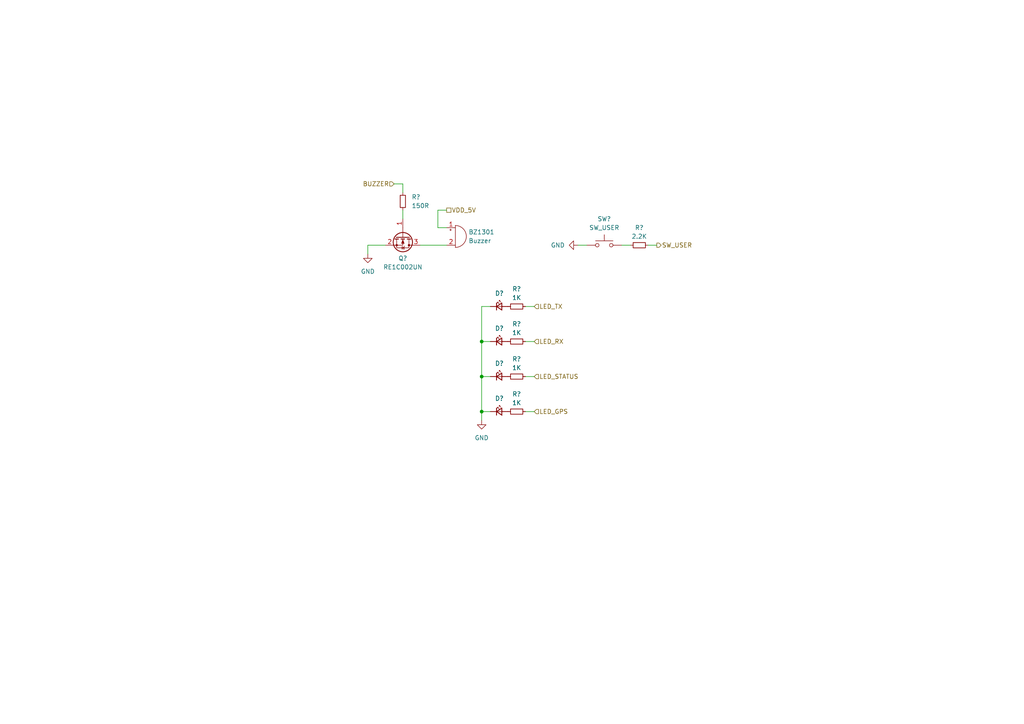
<source format=kicad_sch>
(kicad_sch (version 20230121) (generator eeschema)
  (paper "A4")
  (title_block (title "Avionus_Flight_Controller") (date "2023-11-27") (rev "1.0"))
  (lib_symbols
    (symbol "Device:Buzzer" (pin_names (offset 0.0254) hide)
      (property "Reference" "BZ" (at 3.81 1.27 0))
      (property "Value" "Buzzer" (at 3.81 -1.27 0))
      (symbol "Buzzer_0_1"
        (arc (start 0 -3.175) (mid 3.1612 0) (end 0 3.175))
        (polyline (pts (xy -1.651 1.905) (xy -1.143 1.905)))
        (polyline (pts (xy -1.397 2.159) (xy -1.397 1.651)))
        (polyline (pts (xy 0 3.175) (xy 0 -3.175)))
      )
      (symbol "Buzzer_1_1"
        (pin passive line (at -2.54 2.54 0) (length 2.54) (name "-") (number "1"))
        (pin passive line (at -2.54 -2.54 0) (length 2.54) (name "+") (number "2"))
      )
    )
    (symbol "Device:LED_Small" (pin_numbers hide) (pin_names (offset 0.254) hide)
      (property "Reference" "D" (at -1.27 3.175 0))
      (property "Value" "LED_Small" (at -4.445 -2.54 0))
      (symbol "LED_Small_0_1"
        (polyline (pts (xy -0.762 -1.016) (xy -0.762 1.016)) (stroke (width 0.254)))
        (polyline (pts (xy 1.016 0) (xy -0.762 0)))
        (polyline (pts (xy 0.762 -1.016) (xy -0.762 0) (xy 0.762 1.016) (xy 0.762 -1.016)) (stroke (width 0.254)))
        (polyline (pts (xy 0 0.762) (xy -0.508 1.27) (xy -0.254 1.27) (xy -0.508 1.27) (xy -0.508 1.016)))
        (polyline (pts (xy 0.508 1.27) (xy 0 1.778) (xy 0.254 1.778) (xy 0 1.778) (xy 0 1.524)))
      )
      (symbol "LED_Small_1_1"
        (pin passive line (at -2.54 0 0) (length 1.778) (name "K") (number "1"))
        (pin passive line (at 2.54 0 180) (length 1.778) (name "A") (number "2"))
      )
    )
    (symbol "Device:Q_NMOS_GSD" (pin_names (offset 0) hide)
      (property "Reference" "Q" (at 5.08 1.27 0))
      (property "Value" "Q_NMOS_GSD" (at 5.08 -1.27 0))
      (symbol "Q_NMOS_GSD_0_1"
        (polyline (pts (xy 0.254 0) (xy -2.54 0)))
        (polyline (pts (xy 0.254 1.905) (xy 0.254 -1.905)) (stroke (width 0.254)))
        (polyline (pts (xy 0.762 -1.27) (xy 0.762 -2.286)) (stroke (width 0.254)))
        (polyline (pts (xy 0.762 0.508) (xy 0.762 -0.508)) (stroke (width 0.254)))
        (polyline (pts (xy 0.762 2.286) (xy 0.762 1.27)) (stroke (width 0.254)))
        (polyline (pts (xy 2.54 2.54) (xy 2.54 1.778)))
        (polyline (pts (xy 2.54 -2.54) (xy 2.54 0) (xy 0.762 0)))
        (polyline (pts (xy 0.762 -1.778) (xy 3.302 -1.778) (xy 3.302 1.778) (xy 0.762 1.778)))
        (polyline (pts (xy 1.016 0) (xy 2.032 0.381) (xy 2.032 -0.381) (xy 1.016 0)) (fill (type outline)))
        (polyline (pts (xy 2.794 0.508) (xy 2.921 0.381) (xy 3.683 0.381) (xy 3.81 0.254)))
        (polyline (pts (xy 3.302 0.381) (xy 2.921 -0.254) (xy 3.683 -0.254) (xy 3.302 0.381)))
        (circle (center 1.651 0) (radius 2.794) (stroke (width 0.254)))
        (circle (center 2.54 -1.778) (radius 0.254) (fill (type outline)))
        (circle (center 2.54 1.778) (radius 0.254) (fill (type outline)))
      )
      (symbol "Q_NMOS_GSD_1_1"
        (pin input line (at -5.08 0 0) (length 2.54) (name "G") (number "1"))
        (pin passive line (at 2.54 -5.08 90) (length 2.54) (name "S") (number "2"))
        (pin passive line (at 2.54 5.08 270) (length 2.54) (name "D") (number "3"))
      )
    )
    (symbol "Device:R_Small" (pin_numbers hide) (pin_names (offset 0.254) hide)
      (property "Reference" "R" (at 0.762 0.508 0))
      (property "Value" "R_Small" (at 0.762 -1.016 0))
      (symbol "R_Small_0_1"
        (rectangle (start -0.762 1.778) (end 0.762 -1.778) (stroke (width 0.2032)))
      )
      (symbol "R_Small_1_1"
        (pin passive line (at 0 2.54 270) (length 0.762) (name "~") (number "1"))
        (pin passive line (at 0 -2.54 90) (length 0.762) (name "~") (number "2"))
      )
    )
    (symbol "Switch:SW_Push" (pin_numbers hide) (pin_names (offset 1.016) hide)
      (property "Reference" "SW" (at 1.27 2.54 0))
      (property "Value" "SW_Push" (at 0 -1.524 0))
      (symbol "SW_Push_0_1"
        (circle (center -2.032 0) (radius 0.508))
        (polyline (pts (xy 0 1.27) (xy 0 3.048)))
        (polyline (pts (xy 2.54 1.27) (xy -2.54 1.27)))
        (circle (center 2.032 0) (radius 0.508))
        (pin passive line (at -5.08 0 0) (length 2.54) (name "1") (number "1"))
        (pin passive line (at 5.08 0 180) (length 2.54) (name "2") (number "2"))
      )
    )
    (symbol "power:GND" (power) (pin_names (offset 0))
      (property "Value" "GND" (at 0 -3.81 0))
      (symbol "GND_0_1"
        (polyline (pts (xy 0 0) (xy 0 -1.27) (xy 1.27 -1.27) (xy 0 -2.54) (xy -1.27 -1.27) (xy 0 -1.27)))
      )
      (symbol "GND_1_1"
        (pin power_in line (at 0 0 270) (length 0) hide (name "GND") (number "1"))
      )
    )
  )
  (junction (at 139.7 109.22))
  (junction (at 139.7 119.38))
  (junction (at 139.7 99.06))
  (wire (pts (xy 139.7 121.92) (xy 139.7 119.38)))
  (wire (pts (xy 139.7 88.9) (xy 142.24 88.9)))
  (wire (pts (xy 180.34 71.12) (xy 182.88 71.12)))
  (wire (pts (xy 139.7 119.38) (xy 139.7 109.22)))
  (wire (pts (xy 116.84 60.96) (xy 116.84 63.5)))
  (wire (pts (xy 106.68 73.66) (xy 106.68 71.12)))
  (wire (pts (xy 139.7 109.22) (xy 142.24 109.22)))
  (wire (pts (xy 167.64 71.12) (xy 170.18 71.12)))
  (wire (pts (xy 127 60.96) (xy 127 66.04)))
  (wire (pts (xy 152.4 109.22) (xy 154.94 109.22)))
  (wire (pts (xy 106.68 71.12) (xy 111.76 71.12)))
  (wire (pts (xy 116.84 55.88) (xy 116.84 53.34)))
  (wire (pts (xy 127 66.04) (xy 129.54 66.04)))
  (wire (pts (xy 139.7 99.06) (xy 139.7 88.9)))
  (wire (pts (xy 139.7 99.06) (xy 142.24 99.06)))
  (wire (pts (xy 127 60.96) (xy 129.54 60.96)))
  (wire (pts (xy 187.96 71.12) (xy 190.5 71.12)))
  (wire (pts (xy 139.7 109.22) (xy 139.7 99.06)))
  (wire (pts (xy 152.4 88.9) (xy 154.94 88.9)))
  (wire (pts (xy 114.3 53.34) (xy 116.84 53.34)))
  (wire (pts (xy 121.92 71.12) (xy 129.54 71.12)))
  (wire (pts (xy 152.4 119.38) (xy 154.94 119.38)))
  (wire (pts (xy 152.4 99.06) (xy 154.94 99.06)))
  (wire (pts (xy 139.7 119.38) (xy 142.24 119.38)))
  (hierarchical_label "LED_TX" (shape input) (at 154.94 88.9 0))
  (hierarchical_label "SW_USER" (shape output) (at 190.5 71.12 0))
  (hierarchical_label "LED_STATUS" (shape input) (at 154.94 109.22 0))
  (hierarchical_label "VDD_5V" (shape passive) (at 129.54 60.96 0))
  (hierarchical_label "BUZZER" (shape input) (at 114.3 53.34 180))
  (hierarchical_label "LED_GPS" (shape input) (at 154.94 119.38 0))
  (hierarchical_label "LED_RX" (shape input) (at 154.94 99.06 0))
  (symbol (lib_id "Device:R_Small") (at 149.86 119.38 270) (unit 1)
    (property "Reference" "R?" (at 149.86 114.3 90))
    (property "Value" "1K" (at 149.86 116.84 90))
    (property "Footprint" "Resistor_SMD:R_0805_2012Metric" (effects hide))
    (instances (project "Avionus_Flight_Controller" (path "" (reference "R?") (unit 1)) (path "" (reference "R1305") (unit 1))))
  )
  (symbol (lib_id "power:GND") (at 139.7 121.92 0) (unit 1)
    (property "Reference" "#PWR01302" (effects hide))
    (property "Value" "GND" (at 139.7 127 0))
  )
  (symbol (lib_id "Device:Buzzer") (at 132.08 68.58 0) (unit 1)
    (property "Reference" "BZ1301" (at 135.89 67.31 0) (effects (justify left)))
    (property "Value" "Buzzer" (at 135.89 69.85 0) (effects (justify left)))
    (property "Footprint" "Buzzer_Beeper:Buzzer_12x9.5RM7.6" (effects hide))
  )
  (symbol (lib_id "Device:LED_Small") (at 144.78 88.9 0) (unit 1)
    (property "Reference" "D?" (at 144.8435 85.09 0))
    (property "Footprint" "LED_SMD:LED_1206_3216Metric" (effects hide))
    (instances (project "Avionus_Flight_Controller" (path "" (reference "D?") (unit 1)) (path "" (reference "D1301") (unit 1))))
  )
  (symbol (lib_id "Device:R_Small") (at 116.84 58.42 0) (unit 1)
    (property "Reference" "R?" (at 119.38 57.15 0) (effects (justify left)))
    (property "Value" "150R" (at 119.38 59.69 0) (effects (justify left)))
    (property "Footprint" "Resistor_SMD:R_0603_1608Metric" (effects hide))
    (instances (project "Avionus_Flight_Controller" (path "" (reference "R?") (unit 1)) (path "" (reference "R1301") (unit 1))))
  )
  (symbol (lib_id "Device:R_Small") (at 149.86 99.06 270) (unit 1)
    (property "Reference" "R?" (at 149.86 93.98 90))
    (property "Value" "1K" (at 149.86 96.52 90))
    (property "Footprint" "Resistor_SMD:R_0805_2012Metric" (effects hide))
    (instances (project "Avionus_Flight_Controller" (path "" (reference "R?") (unit 1)) (path "" (reference "R1303") (unit 1))))
  )
  (symbol (lib_id "power:GND") (at 106.68 73.66 0) (unit 1)
    (property "Reference" "#PWR?" (effects hide))
    (property "Value" "GND" (at 106.68 78.74 0))
    (instances (project "Avionus_Flight_Controller" (path "" (reference "#PWR?") (unit 1)) (path "" (reference "#PWR01301") (unit 1))))
  )
  (symbol (lib_id "Device:LED_Small") (at 144.78 119.38 0) (unit 1)
    (property "Reference" "D?" (at 144.8435 115.57 0))
    (property "Footprint" "LED_SMD:LED_1206_3216Metric" (effects hide))
    (instances (project "Avionus_Flight_Controller" (path "" (reference "D?") (unit 1)) (path "" (reference "D1304") (unit 1))))
  )
  (symbol (lib_id "Device:R_Small") (at 185.42 71.12 90) (unit 1)
    (property "Reference" "R?" (at 185.42 66.04 90))
    (property "Value" "2.2K" (at 185.42 68.58 90))
    (property "Footprint" "Resistor_SMD:R_0805_2012Metric" (effects hide))
    (instances (project "STM32_144_dev_board1" (path "" (reference "R?") (unit 1))) (project "Avionus_Flight_Controller" (path "" (reference "R?") (unit 1)) (path "" (reference "R1306") (unit 1))))
  )
  (symbol (lib_id "Device:Q_NMOS_GSD") (at 116.84 68.58 270) (unit 1)
    (property "Reference" "Q?" (at 116.84 74.93 90))
    (property "Value" "RE1C002UN" (at 116.84 77.47 90))
    (property "Footprint" "Package_TO_SOT_SMD:SOT-416" (effects hide))
    (instances (project "Avionus_Flight_Controller" (path "" (reference "Q?") (unit 1)) (path "" (reference "Q?") (unit 1)) (path "" (reference "Q1301") (unit 1))))
  )
  (symbol (lib_id "Device:LED_Small") (at 144.78 99.06 0) (unit 1)
    (property "Reference" "D?" (at 144.8435 95.25 0))
    (property "Footprint" "LED_SMD:LED_1206_3216Metric" (effects hide))
    (instances (project "Avionus_Flight_Controller" (path "" (reference "D?") (unit 1)) (path "" (reference "D1302") (unit 1))))
  )
  (symbol (lib_id "power:GND") (at 167.64 71.12 270) (unit 1)
    (property "Reference" "#PWR01303" (effects hide))
    (property "Value" "GND" (at 163.83 71.12 90) (effects (justify right)))
  )
  (symbol (lib_id "Device:R_Small") (at 149.86 109.22 270) (unit 1)
    (property "Reference" "R?" (at 149.86 104.14 90))
    (property "Value" "1K" (at 149.86 106.68 90))
    (property "Footprint" "Resistor_SMD:R_0805_2012Metric" (effects hide))
    (instances (project "Avionus_Flight_Controller" (path "" (reference "R?") (unit 1)) (path "" (reference "R1304") (unit 1))))
  )
  (symbol (lib_id "Device:R_Small") (at 149.86 88.9 270) (unit 1)
    (property "Reference" "R?" (at 149.86 83.82 90))
    (property "Value" "1K" (at 149.86 86.36 90))
    (property "Footprint" "Resistor_SMD:R_0805_2012Metric" (effects hide))
    (instances (project "Avionus_Flight_Controller" (path "" (reference "R?") (unit 1)) (path "" (reference "R1302") (unit 1))))
  )
  (symbol (lib_id "Device:LED_Small") (at 144.78 109.22 0) (unit 1)
    (property "Reference" "D?" (at 144.8435 105.41 0))
    (property "Footprint" "LED_SMD:LED_1206_3216Metric" (effects hide))
    (instances (project "Avionus_Flight_Controller" (path "" (reference "D?") (unit 1)) (path "" (reference "D1303") (unit 1))))
  )
  (symbol (lib_id "Switch:SW_Push") (at 175.26 71.12 0) (unit 1)
    (property "Reference" "SW?" (at 175.26 63.5 0))
    (property "Value" "SW_USER" (at 175.26 66.04 0))
    (property "Footprint" "Button_Switch_THT:SW_PUSH_6mm_H5mm" (effects hide))
    (instances (project "Avionus_Flight_Controller" (path "" (reference "SW?") (unit 1)) (path "" (reference "SW1301") (unit 1))))
  )
)
</source>
